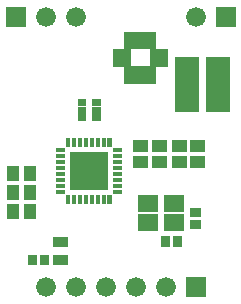
<source format=gbr>
G04 start of page 6 for group -4063 idx -4063 *
G04 Title: (unknown), componentmask *
G04 Creator: pcb 20110918 *
G04 CreationDate: Thu Aug 15 05:27:38 2013 UTC *
G04 For: mokus *
G04 Format: Gerber/RS-274X *
G04 PCB-Dimensions: 80000 100000 *
G04 PCB-Coordinate-Origin: lower left *
%MOIN*%
%FSLAX25Y25*%
%LNTOPMASK*%
%ADD121R,0.0238X0.0238*%
%ADD120R,0.0335X0.0335*%
%ADD119R,0.0573X0.0573*%
%ADD118R,0.0296X0.0296*%
%ADD117R,0.0594X0.0594*%
%ADD116R,0.0810X0.0810*%
%ADD115R,0.0395X0.0395*%
%ADD114R,0.0140X0.0140*%
%ADD113C,0.0660*%
%ADD112C,0.0001*%
G54D112*G36*
X61700Y8300D02*Y1700D01*
X68300D01*
Y8300D01*
X61700D01*
G37*
G54D113*X55000Y5000D03*
X45000D03*
X35000D03*
G54D112*G36*
X1700Y98300D02*Y91700D01*
X8300D01*
Y98300D01*
X1700D01*
G37*
G54D113*X15000Y95000D03*
X25000D03*
G54D112*G36*
X71700Y98300D02*Y91700D01*
X78300D01*
Y98300D01*
X71700D01*
G37*
G54D113*X65000Y95000D03*
X25000Y5000D03*
X15000D03*
G54D114*X36297Y53897D02*Y52244D01*
X38030Y50511D02*X39683D01*
G54D115*X46238Y52085D02*X47222D01*
X59008Y52010D02*X59992D01*
X59008Y46500D02*X59992D01*
X52538Y52085D02*X53522D01*
X52538Y46575D02*X53522D01*
X65008Y46500D02*X65992D01*
X65008Y52010D02*X65992D01*
G54D116*X72500Y77700D02*Y67300D01*
X62100Y77700D02*Y67300D01*
G54D117*X44138Y87115D02*X48863D01*
X44138Y75500D02*X48863D01*
X52603Y81209D02*X52800D01*
X40398D02*X40595D01*
G54D118*X64546Y25710D02*X65136D01*
G54D119*X57262Y26496D02*X58247D01*
X48601D02*X49585D01*
G54D118*X64546Y29646D02*X65136D01*
G54D119*X57262Y32795D02*X58247D01*
X48601D02*X49585D01*
G54D118*X54999Y20492D02*Y19902D01*
X58935Y20492D02*Y19902D01*
G54D114*X24487Y53897D02*Y52244D01*
X22519Y53897D02*Y52244D01*
X19133Y50511D02*X20786D01*
X19133Y48543D02*X20786D01*
X19133Y46574D02*X20786D01*
X19133Y44606D02*X20786D01*
X19133Y42638D02*X20786D01*
G54D120*X19213Y19904D02*X20787D01*
X19213Y14000D02*X20787D01*
G54D118*X10564Y14295D02*Y13705D01*
X14500Y14295D02*Y13705D01*
G54D114*X19133Y40670D02*X20786D01*
X19133Y38701D02*X20786D01*
X19133Y36733D02*X20786D01*
X22519Y35000D02*Y33347D01*
X24487Y35000D02*Y33347D01*
X26456Y35000D02*Y33347D01*
X28424Y35000D02*Y33347D01*
X30392Y35000D02*Y33347D01*
X32360Y35000D02*Y33347D01*
G54D115*X4245Y43291D02*Y42307D01*
Y36992D02*Y36008D01*
Y30693D02*Y29709D01*
X9755Y43291D02*Y42307D01*
Y36992D02*Y36008D01*
Y30693D02*Y29709D01*
G54D114*X34329Y35000D02*Y33347D01*
X36297Y35000D02*Y33347D01*
X38030Y36733D02*X39683D01*
X38030Y38701D02*X39683D01*
G54D112*G36*
X23106Y49924D02*Y37320D01*
X35710D01*
Y49924D01*
X23106D01*
G37*
G54D114*X38030Y40670D02*X39683D01*
X38030Y42638D02*X39683D01*
X38030Y44606D02*X39683D01*
X38030Y46574D02*X39683D01*
X38030Y48543D02*X39683D01*
G54D115*X46238Y46575D02*X47222D01*
G54D114*X34329Y53897D02*Y52244D01*
X32360Y53897D02*Y52244D01*
X30392Y53897D02*Y52244D01*
X28424Y53897D02*Y52244D01*
X26456Y53897D02*Y52244D01*
G54D121*X31769Y66457D02*X32163D01*
X31769Y63898D02*X32163D01*
X31769Y61339D02*X32163D01*
X26848Y66457D02*X27242D01*
X26848Y63898D02*X27242D01*
X26848Y61339D02*X27242D01*
M02*

</source>
